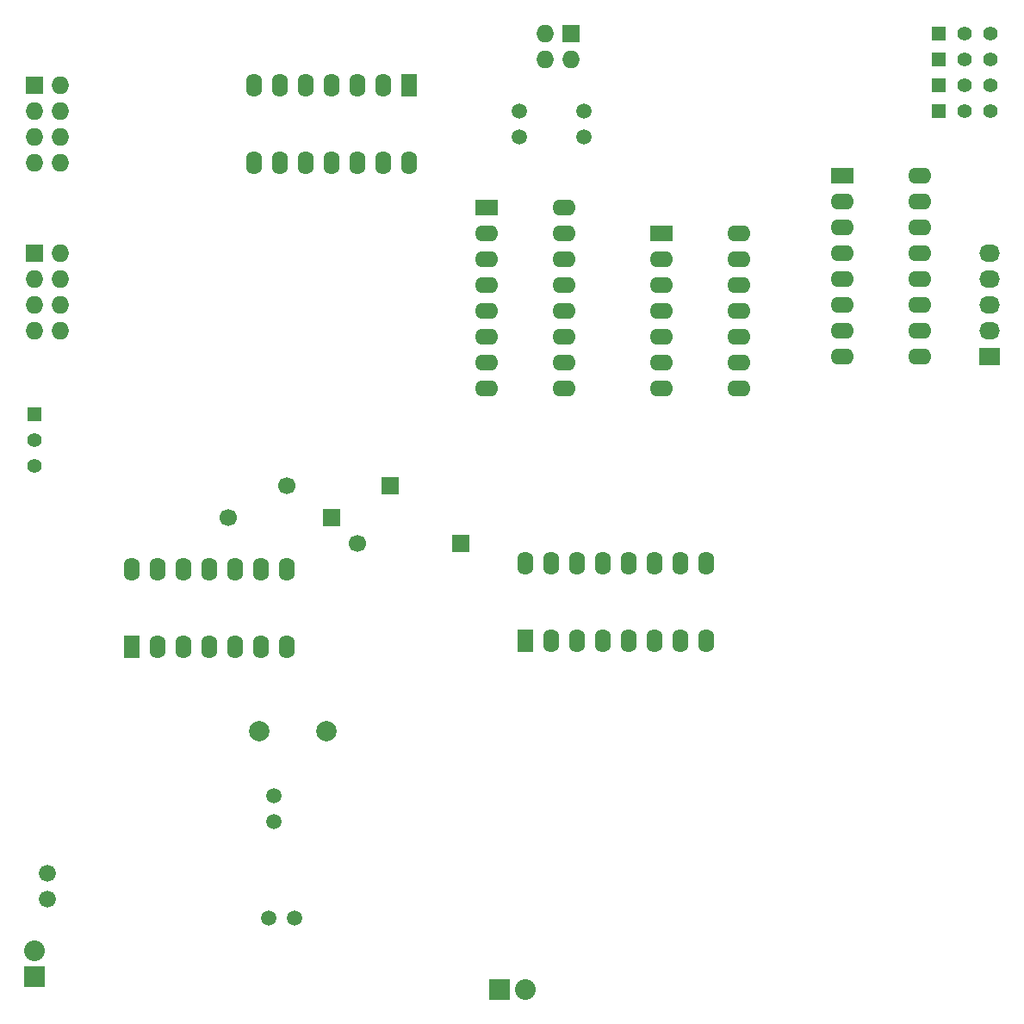
<source format=gbs>
%FSLAX34Y34*%
G04 Gerber Fmt 3.4, Leading zero omitted, Abs format*
G04 (created by PCBNEW (2014-jan-25)-product) date sø. 22. mars 2015 kl. 21.03 +0100*
%MOIN*%
G01*
G70*
G90*
G04 APERTURE LIST*
%ADD10C,0.005906*%
%ADD11C,0.059100*%
%ADD12C,0.066900*%
%ADD13R,0.066900X0.066900*%
%ADD14C,0.066000*%
%ADD15R,0.062000X0.090000*%
%ADD16O,0.062000X0.090000*%
%ADD17R,0.090000X0.062000*%
%ADD18O,0.090000X0.062000*%
%ADD19R,0.055000X0.055000*%
%ADD20C,0.055000*%
%ADD21C,0.078700*%
%ADD22R,0.068000X0.068000*%
%ADD23O,0.068000X0.068000*%
%ADD24R,0.080000X0.080000*%
%ADD25O,0.080000X0.080000*%
%ADD26R,0.080000X0.068000*%
%ADD27O,0.080000X0.068000*%
G04 APERTURE END LIST*
G54D10*
G54D11*
X20750Y-40500D03*
X20750Y-39500D03*
X32750Y-13000D03*
X32750Y-14000D03*
X30250Y-13000D03*
X30250Y-14000D03*
G54D12*
X19000Y-28750D03*
G54D13*
X23000Y-28750D03*
G54D12*
X24000Y-29750D03*
G54D13*
X28000Y-29750D03*
G54D12*
X21250Y-27500D03*
G54D13*
X25250Y-27500D03*
G54D14*
X12000Y-43500D03*
X12000Y-42500D03*
G54D15*
X30500Y-33500D03*
G54D16*
X31500Y-33500D03*
X32500Y-33500D03*
X33500Y-33500D03*
X34500Y-33500D03*
X35500Y-33500D03*
X36500Y-33500D03*
X37500Y-33500D03*
X37500Y-30500D03*
X36500Y-30500D03*
X35500Y-30500D03*
X34500Y-30500D03*
X33500Y-30500D03*
X32500Y-30500D03*
X31500Y-30500D03*
X30500Y-30500D03*
G54D17*
X29000Y-16750D03*
G54D18*
X29000Y-17750D03*
X29000Y-18750D03*
X29000Y-19750D03*
X29000Y-20750D03*
X29000Y-21750D03*
X29000Y-22750D03*
X29000Y-23750D03*
X32000Y-23750D03*
X32000Y-22750D03*
X32000Y-21750D03*
X32000Y-20750D03*
X32000Y-19750D03*
X32000Y-18750D03*
X32000Y-17750D03*
X32000Y-16750D03*
G54D19*
X11500Y-24750D03*
G54D20*
X11500Y-25750D03*
X11500Y-26750D03*
G54D19*
X46500Y-10000D03*
G54D20*
X47500Y-10000D03*
X48500Y-10000D03*
G54D19*
X46500Y-11000D03*
G54D20*
X47500Y-11000D03*
X48500Y-11000D03*
G54D19*
X46500Y-12000D03*
G54D20*
X47500Y-12000D03*
X48500Y-12000D03*
G54D19*
X46500Y-13000D03*
G54D20*
X47500Y-13000D03*
X48500Y-13000D03*
G54D21*
X20201Y-37000D03*
X22799Y-37000D03*
G54D15*
X15250Y-33750D03*
G54D16*
X16250Y-33750D03*
X17250Y-33750D03*
X18250Y-33750D03*
X19250Y-33750D03*
X20250Y-33750D03*
X21250Y-33750D03*
X21250Y-30750D03*
X20250Y-30750D03*
X19250Y-30750D03*
X18250Y-30750D03*
X17250Y-30750D03*
X16250Y-30750D03*
X15250Y-30750D03*
G54D17*
X35750Y-17750D03*
G54D18*
X35750Y-18750D03*
X35750Y-19750D03*
X35750Y-20750D03*
X35750Y-21750D03*
X35750Y-22750D03*
X35750Y-23750D03*
X38750Y-23750D03*
X38750Y-22750D03*
X38750Y-21750D03*
X38750Y-20750D03*
X38750Y-19750D03*
X38750Y-18750D03*
X38750Y-17750D03*
G54D15*
X26000Y-12000D03*
G54D16*
X25000Y-12000D03*
X24000Y-12000D03*
X23000Y-12000D03*
X22000Y-12000D03*
X21000Y-12000D03*
X20000Y-12000D03*
X20000Y-15000D03*
X21000Y-15000D03*
X22000Y-15000D03*
X23000Y-15000D03*
X24000Y-15000D03*
X25000Y-15000D03*
X26000Y-15000D03*
G54D17*
X42750Y-15500D03*
G54D18*
X42750Y-16500D03*
X42750Y-17500D03*
X42750Y-18500D03*
X42750Y-19500D03*
X42750Y-20500D03*
X42750Y-21500D03*
X42750Y-22500D03*
X45750Y-22500D03*
X45750Y-21500D03*
X45750Y-20500D03*
X45750Y-19500D03*
X45750Y-18500D03*
X45750Y-17500D03*
X45750Y-16500D03*
X45750Y-15500D03*
G54D22*
X11500Y-12000D03*
G54D23*
X11500Y-13000D03*
X11500Y-14000D03*
X11500Y-15000D03*
X12500Y-15000D03*
X12500Y-14000D03*
X12500Y-13000D03*
X12500Y-12000D03*
G54D22*
X11500Y-18500D03*
G54D23*
X11500Y-19500D03*
X11500Y-20500D03*
X11500Y-21500D03*
X12500Y-21500D03*
X12500Y-20500D03*
X12500Y-19500D03*
X12500Y-18500D03*
G54D11*
X21550Y-44250D03*
X20550Y-44250D03*
G54D24*
X29500Y-47000D03*
G54D25*
X30500Y-47000D03*
G54D22*
X32250Y-10000D03*
G54D23*
X31250Y-10000D03*
X31250Y-11000D03*
X32250Y-11000D03*
G54D26*
X48450Y-22500D03*
G54D27*
X48450Y-21500D03*
X48450Y-20500D03*
X48450Y-19500D03*
X48450Y-18500D03*
G54D24*
X11500Y-46500D03*
G54D25*
X11500Y-45500D03*
M02*

</source>
